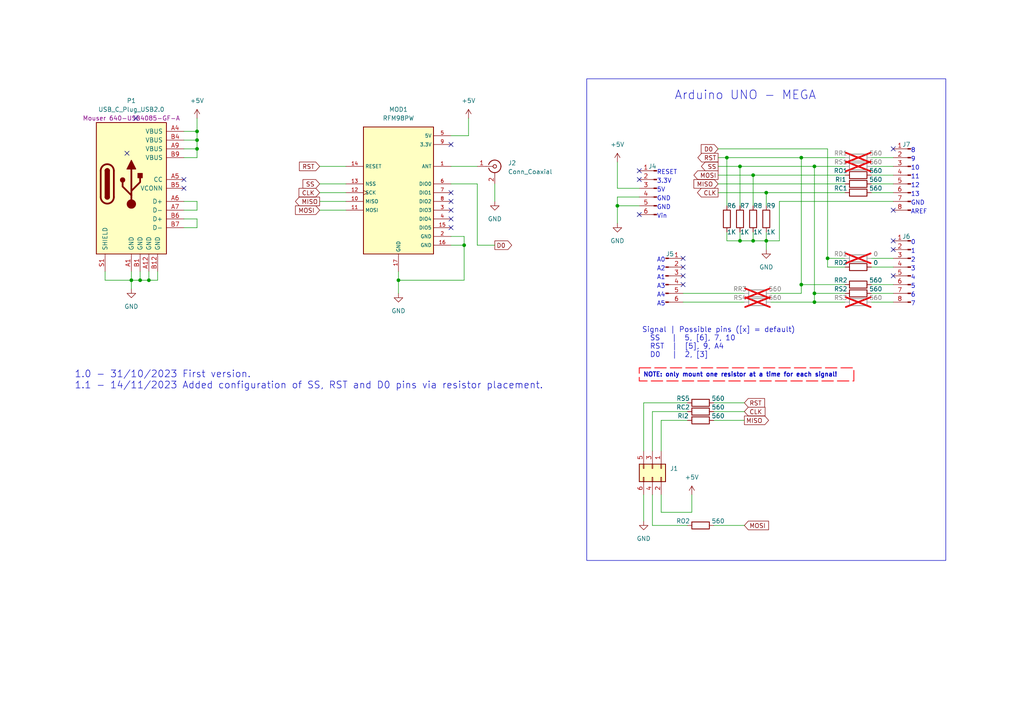
<source format=kicad_sch>
(kicad_sch (version 20231120) (generator "eeschema") (generator_version "8.0")
  (paper "A4")
  (title_block (title "Nodo Arduino") (date "2023-11-14") (rev "1.1") (company "Apogeo Space") (comment 1 "By GiMMan"))
  (lib_symbols
    (symbol "Connector:Conn_01x06_Pin" (pin_names (offset 1.016) hide)
      (property "Reference" "J" (at 0 7.62 0))
      (property "Value" "Conn_01x06_Pin" (at 0 -10.16 0))
      (symbol "Conn_01x06_Pin_1_1"
        (polyline (pts (xy 1.27 -7.62) (xy 0.8636 -7.62)) (stroke (width 0.1524)))
        (polyline (pts (xy 1.27 -5.08) (xy 0.8636 -5.08)) (stroke (width 0.1524)))
        (polyline (pts (xy 1.27 -2.54) (xy 0.8636 -2.54)) (stroke (width 0.1524)))
        (polyline (pts (xy 1.27 0) (xy 0.8636 0)) (stroke (width 0.1524)))
        (polyline (pts (xy 1.27 2.54) (xy 0.8636 2.54)) (stroke (width 0.1524)))
        (polyline (pts (xy 1.27 5.08) (xy 0.8636 5.08)) (stroke (width 0.1524)))
        (rectangle (start 0.8636 -7.493) (end 0 -7.747) (stroke (width 0.1524)) (fill (type outline)))
        (rectangle (start 0.8636 -4.953) (end 0 -5.207) (stroke (width 0.1524)) (fill (type outline)))
        (rectangle (start 0.8636 -2.413) (end 0 -2.667) (stroke (width 0.1524)) (fill (type outline)))
        (rectangle (start 0.8636 0.127) (end 0 -0.127) (stroke (width 0.1524)) (fill (type outline)))
        (rectangle (start 0.8636 2.667) (end 0 2.413) (stroke (width 0.1524)) (fill (type outline)))
        (rectangle (start 0.8636 5.207) (end 0 4.953) (stroke (width 0.1524)) (fill (type outline)))
        (pin passive line (at 5.08 5.08 180) (length 3.81) (name "Pin_1") (number "1"))
        (pin passive line (at 5.08 2.54 180) (length 3.81) (name "Pin_2") (number "2"))
        (pin passive line (at 5.08 0 180) (length 3.81) (name "Pin_3") (number "3"))
        (pin passive line (at 5.08 -2.54 180) (length 3.81) (name "Pin_4") (number "4"))
        (pin passive line (at 5.08 -5.08 180) (length 3.81) (name "Pin_5") (number "5"))
        (pin passive line (at 5.08 -7.62 180) (length 3.81) (name "Pin_6") (number "6"))
      )
    )
    (symbol "Connector:Conn_01x08_Pin" (pin_names (offset 1.016) hide)
      (property "Reference" "J" (at 0 10.16 0))
      (property "Value" "Conn_01x08_Pin" (at 0 -12.7 0))
      (symbol "Conn_01x08_Pin_1_1"
        (polyline (pts (xy 1.27 -10.16) (xy 0.8636 -10.16)) (stroke (width 0.1524)))
        (polyline (pts (xy 1.27 -7.62) (xy 0.8636 -7.62)) (stroke (width 0.1524)))
        (polyline (pts (xy 1.27 -5.08) (xy 0.8636 -5.08)) (stroke (width 0.1524)))
        (polyline (pts (xy 1.27 -2.54) (xy 0.8636 -2.54)) (stroke (width 0.1524)))
        (polyline (pts (xy 1.27 0) (xy 0.8636 0)) (stroke (width 0.1524)))
        (polyline (pts (xy 1.27 2.54) (xy 0.8636 2.54)) (stroke (width 0.1524)))
        (polyline (pts (xy 1.27 5.08) (xy 0.8636 5.08)) (stroke (width 0.1524)))
        (polyline (pts (xy 1.27 7.62) (xy 0.8636 7.62)) (stroke (width 0.1524)))
        (rectangle (start 0.8636 -10.033) (end 0 -10.287) (stroke (width 0.1524)) (fill (type outline)))
        (rectangle (start 0.8636 -7.493) (end 0 -7.747) (stroke (width 0.1524)) (fill (type outline)))
        (rectangle (start 0.8636 -4.953) (end 0 -5.207) (stroke (width 0.1524)) (fill (type outline)))
        (rectangle (start 0.8636 -2.413) (end 0 -2.667) (stroke (width 0.1524)) (fill (type outline)))
        (rectangle (start 0.8636 0.127) (end 0 -0.127) (stroke (width 0.1524)) (fill (type outline)))
        (rectangle (start 0.8636 2.667) (end 0 2.413) (stroke (width 0.1524)) (fill (type outline)))
        (rectangle (start 0.8636 5.207) (end 0 4.953) (stroke (width 0.1524)) (fill (type outline)))
        (rectangle (start 0.8636 7.747) (end 0 7.493) (stroke (width 0.1524)) (fill (type outline)))
        (pin passive line (at 5.08 7.62 180) (length 3.81) (name "Pin_1") (number "1"))
        (pin passive line (at 5.08 5.08 180) (length 3.81) (name "Pin_2") (number "2"))
        (pin passive line (at 5.08 2.54 180) (length 3.81) (name "Pin_3") (number "3"))
        (pin passive line (at 5.08 0 180) (length 3.81) (name "Pin_4") (number "4"))
        (pin passive line (at 5.08 -2.54 180) (length 3.81) (name "Pin_5") (number "5"))
        (pin passive line (at 5.08 -5.08 180) (length 3.81) (name "Pin_6") (number "6"))
        (pin passive line (at 5.08 -7.62 180) (length 3.81) (name "Pin_7") (number "7"))
        (pin passive line (at 5.08 -10.16 180) (length 3.81) (name "Pin_8") (number "8"))
      )
    )
    (symbol "Connector:Conn_Coaxial" (pin_names (offset 1.016) hide)
      (property "Reference" "J" (at 0.254 3.048 0))
      (property "Value" "Conn_Coaxial" (at 2.921 0 90))
      (symbol "Conn_Coaxial_0_1"
        (arc (start -1.778 -0.508) (mid 0.2311 -1.8066) (end 1.778 0) (stroke (width 0.254)))
        (polyline (pts (xy -2.54 0) (xy -0.508 0)))
        (polyline (pts (xy 0 -2.54) (xy 0 -1.778)))
        (circle (center 0 0) (radius 0.508) (stroke (width 0.2032)))
        (arc (start 1.778 0) (mid 0.2099 1.8101) (end -1.778 0.508) (stroke (width 0.254)))
      )
      (symbol "Conn_Coaxial_1_1"
        (pin passive line (at -5.08 0 0) (length 2.54) (name "In") (number "1"))
        (pin passive line (at 0 -5.08 90) (length 2.54) (name "Ext") (number "2"))
      )
    )
    (symbol "Connector_Generic:Conn_02x03_Odd_Even" (pin_names (offset 1.016) hide)
      (property "Reference" "J" (at 1.27 5.08 0))
      (property "Value" "Conn_02x03_Odd_Even" (at 1.27 -5.08 0))
      (symbol "Conn_02x03_Odd_Even_1_1"
        (rectangle (start -1.27 -2.413) (end 0 -2.667) (stroke (width 0.1524)))
        (rectangle (start -1.27 0.127) (end 0 -0.127) (stroke (width 0.1524)))
        (rectangle (start -1.27 2.667) (end 0 2.413) (stroke (width 0.1524)))
        (rectangle (start -1.27 3.81) (end 3.81 -3.81) (stroke (width 0.254)) (fill (type background)))
        (rectangle (start 3.81 -2.413) (end 2.54 -2.667) (stroke (width 0.1524)))
        (rectangle (start 3.81 0.127) (end 2.54 -0.127) (stroke (width 0.1524)))
        (rectangle (start 3.81 2.667) (end 2.54 2.413) (stroke (width 0.1524)))
        (pin passive line (at -5.08 2.54 0) (length 3.81) (name "Pin_1") (number "1"))
        (pin passive line (at 7.62 2.54 180) (length 3.81) (name "Pin_2") (number "2"))
        (pin passive line (at -5.08 0 0) (length 3.81) (name "Pin_3") (number "3"))
        (pin passive line (at 7.62 0 180) (length 3.81) (name "Pin_4") (number "4"))
        (pin passive line (at -5.08 -2.54 0) (length 3.81) (name "Pin_5") (number "5"))
        (pin passive line (at 7.62 -2.54 180) (length 3.81) (name "Pin_6") (number "6"))
      )
    )
    (symbol "Device:R" (pin_numbers hide) (pin_names (offset 0))
      (property "Reference" "R" (at 2.032 0 90))
      (property "Value" "R" (at 0 0 90))
      (symbol "R_0_1"
        (rectangle (start -1.016 -2.54) (end 1.016 2.54) (stroke (width 0.254)))
      )
      (symbol "R_1_1"
        (pin passive line (at 0 3.81 270) (length 1.27) (name "~") (number "1"))
        (pin passive line (at 0 -3.81 90) (length 1.27) (name "~") (number "2"))
      )
    )
    (symbol "power:+5V" (power) (pin_names (offset 0))
      (property "Value" "+5V" (at 0 3.556 0))
      (symbol "+5V_0_1"
        (polyline (pts (xy -0.762 1.27) (xy 0 2.54)))
        (polyline (pts (xy 0 0) (xy 0 2.54)))
        (polyline (pts (xy 0 2.54) (xy 0.762 1.27)))
      )
      (symbol "+5V_1_1"
        (pin power_in line (at 0 0 90) (length 0) hide (name "+5V") (number "1"))
      )
    )
    (symbol "power:GND" (power) (pin_names (offset 0))
      (property "Value" "GND" (at 0 -3.81 0))
      (symbol "GND_0_1"
        (polyline (pts (xy 0 0) (xy 0 -1.27) (xy 1.27 -1.27) (xy 0 -2.54) (xy -1.27 -1.27) (xy 0 -1.27)))
      )
      (symbol "GND_1_1"
        (pin power_in line (at 0 0 270) (length 0) hide (name "GND") (number "1"))
      )
    )
    (symbol "rfm98pw:RFM98PW"
      (property "Reference" "MOD2" (at 10.16 38.1 0))
      (property "Value" "RFM98PW" (at 10.16 35.56 0))
      (symbol "RFM98PW_0_0"
        (rectangle (start 0 36.83) (end 20.32 0) (stroke (width 0.254)) (fill (type background)))
        (pin bidirectional line (at 25.4 25.4 180) (length 5.08) (name "ANT") (number "1"))
        (pin output line (at -5.08 15.24 0) (length 5.08) (name "MISO") (number "10"))
        (pin input line (at -5.08 12.7 0) (length 5.08) (name "MOSI") (number "11"))
        (pin input clock (at -5.08 17.78 0) (length 5.08) (name "SCK") (number "12"))
        (pin input line (at -5.08 20.32 0) (length 5.08) (name "NSS") (number "13"))
        (pin bidirectional line (at -5.08 25.4 0) (length 5.08) (name "RESET") (number "14"))
        (pin bidirectional line (at 25.4 7.62 180) (length 5.08) (name "DIO5") (number "15"))
        (pin power_in line (at 25.4 2.54 180) (length 5.08) (name "GND") (number "16"))
        (pin power_in line (at 10.16 -5.08 90) (length 5.08) (name "GND") (number "17"))
        (pin power_in line (at 25.4 5.08 180) (length 5.08) (name "GND") (number "2"))
        (pin bidirectional line (at 25.4 12.7 180) (length 5.08) (name "DIO3") (number "3"))
        (pin bidirectional line (at 25.4 10.16 180) (length 5.08) (name "DIO4") (number "4"))
        (pin power_in line (at 25.4 34.29 180) (length 5.08) (name "5V") (number "5"))
        (pin bidirectional line (at 25.4 20.32 180) (length 5.08) (name "DIO0") (number "6"))
        (pin bidirectional line (at 25.4 17.78 180) (length 5.08) (name "DIO1") (number "7"))
        (pin bidirectional line (at 25.4 15.24 180) (length 5.08) (name "DIO2") (number "8"))
        (pin power_out line (at 25.4 31.75 180) (length 5.08) (name "3.3V") (number "9"))
      )
    )
    (symbol "usb_c_plug_usb2.0:USB_C_Plug_USB2.0" (pin_names (offset 1.016))
      (property "Reference" "P" (at -10.16 19.05 0))
      (property "Value" "USB_C_Plug_USB2.0" (at 12.7 19.05 0))
      (symbol "USB_C_Plug_USB2.0_0_1"
        (rectangle (start -10.16 17.78) (end 10.16 -20.32) (stroke (width 0.254)) (fill (type background)))
        (arc (start -8.89 -3.81) (mid -6.985 -5.7067) (end -5.08 -3.81) (stroke (width 0.508)))
        (arc (start -7.62 -3.81) (mid -6.985 -4.4423) (end -6.35 -3.81) (stroke (width 0.254)))
        (arc (start -7.62 -3.81) (mid -6.985 -4.4423) (end -6.35 -3.81) (stroke (width 0.254)) (fill (type outline)))
        (rectangle (start -7.62 -3.81) (end -6.35 3.81) (stroke (width 0.254)) (fill (type outline)))
        (arc (start -6.35 3.81) (mid -6.985 4.4423) (end -7.62 3.81) (stroke (width 0.254)))
        (arc (start -6.35 3.81) (mid -6.985 4.4423) (end -7.62 3.81) (stroke (width 0.254)) (fill (type outline)))
        (arc (start -5.08 3.81) (mid -6.985 5.7067) (end -8.89 3.81) (stroke (width 0.508)))
        (circle (center -2.54 1.143) (radius 0.635) (stroke (width 0.254)) (fill (type outline)))
        (circle (center 0 -5.842) (radius 1.27) (fill (type outline)))
        (polyline (pts (xy -8.89 -3.81) (xy -8.89 3.81)) (stroke (width 0.508)))
        (polyline (pts (xy -5.08 3.81) (xy -5.08 -3.81)) (stroke (width 0.508)))
        (polyline (pts (xy 0 -5.842) (xy 0 4.318)) (stroke (width 0.508)))
        (polyline (pts (xy 0 -3.302) (xy -2.54 -0.762) (xy -2.54 0.508)) (stroke (width 0.508)))
        (polyline (pts (xy 0 -2.032) (xy 2.54 0.508) (xy 2.54 1.778)) (stroke (width 0.508)))
        (polyline (pts (xy -1.27 4.318) (xy 0 6.858) (xy 1.27 4.318) (xy -1.27 4.318)) (stroke (width 0.254)) (fill (type outline)))
        (rectangle (start 1.905 1.778) (end 3.175 3.048) (stroke (width 0.254)) (fill (type outline)))
      )
      (symbol "USB_C_Plug_USB2.0_1_1"
        (pin passive line (at 0 -25.4 90) (length 5.08) (name "GND") (number "A1"))
        (pin passive line (at 5.08 -25.4 90) (length 5.08) (name "GND") (number "A12"))
        (pin passive line (at 15.24 15.24 180) (length 5.08) (name "VBUS") (number "A4"))
        (pin bidirectional line (at 15.24 1.27 180) (length 5.08) (name "CC") (number "A5"))
        (pin bidirectional line (at 15.24 -5.08 180) (length 5.08) (name "D+") (number "A6"))
        (pin bidirectional line (at 15.24 -7.62 180) (length 5.08) (name "D-") (number "A7"))
        (pin passive line (at 15.24 10.16 180) (length 5.08) (name "VBUS") (number "A9"))
        (pin passive line (at 2.54 -25.4 90) (length 5.08) (name "GND") (number "B1"))
        (pin passive line (at 7.62 -25.4 90) (length 5.08) (name "GND") (number "B12"))
        (pin passive line (at 15.24 12.7 180) (length 5.08) (name "VBUS") (number "B4"))
        (pin bidirectional line (at 15.24 -1.27 180) (length 5.08) (name "VCONN") (number "B5"))
        (pin bidirectional line (at 15.24 -10.16 180) (length 5.08) (name "D+") (number "B6"))
        (pin bidirectional line (at 15.24 -12.7 180) (length 5.08) (name "D-") (number "B7"))
        (pin passive line (at 15.24 7.62 180) (length 5.08) (name "VBUS") (number "B9"))
        (pin passive line (at -7.62 -25.4 90) (length 5.08) (name "SHIELD") (number "S1"))
      )
    )
  )
  (junction (at 214.63 69.85))
  (junction (at 232.41 45.72))
  (junction (at 232.41 82.55))
  (junction (at 236.22 85.09))
  (junction (at 38.1 81.28))
  (junction (at 236.22 87.63))
  (junction (at 222.25 55.88))
  (junction (at 40.64 81.28))
  (junction (at 210.82 45.72))
  (junction (at 218.44 50.8))
  (junction (at 240.03 74.93))
  (junction (at 214.63 48.26))
  (junction (at 115.57 81.28))
  (junction (at 134.62 71.12))
  (junction (at 57.15 38.1))
  (junction (at 222.25 69.85))
  (junction (at 57.15 43.18))
  (junction (at 57.15 40.64))
  (junction (at 179.07 59.69))
  (junction (at 43.18 81.28))
  (junction (at 236.22 48.26))
  (junction (at 218.44 69.85))
  (no_connect (at 130.81 60.96))
  (no_connect (at 39.37 34.29))
  (no_connect (at 198.12 82.55))
  (no_connect (at 130.81 63.5))
  (no_connect (at 36.83 44.45))
  (no_connect (at 259.08 43.18))
  (no_connect (at 259.08 72.39))
  (no_connect (at 259.08 60.96))
  (no_connect (at 130.81 55.88))
  (no_connect (at 198.12 80.01))
  (no_connect (at 185.42 49.53))
  (no_connect (at 259.08 80.01))
  (no_connect (at 130.81 58.42))
  (no_connect (at 130.81 41.91))
  (no_connect (at 185.42 52.07))
  (no_connect (at 198.12 74.93))
  (no_connect (at 130.81 66.04))
  (no_connect (at 259.08 69.85))
  (no_connect (at 53.34 52.07))
  (no_connect (at 185.42 62.23))
  (no_connect (at 198.12 77.47))
  (no_connect (at 53.34 54.61))
  (wire (pts (xy 57.15 63.5) (xy 57.15 66.04)))
  (wire (pts (xy 92.71 60.96) (xy 100.33 60.96)))
  (wire (pts (xy 210.82 69.85) (xy 210.82 67.31)))
  (wire (pts (xy 92.71 48.26) (xy 100.33 48.26)))
  (wire (pts (xy 218.44 50.8) (xy 245.11 50.8)))
  (wire (pts (xy 134.62 81.28) (xy 134.62 71.12)))
  (wire (pts (xy 186.69 116.84) (xy 186.69 130.81)))
  (wire (pts (xy 232.41 45.72) (xy 232.41 82.55)))
  (wire (pts (xy 207.01 152.4) (xy 215.9 152.4)))
  (wire (pts (xy 223.52 85.09) (xy 232.41 85.09)))
  (wire (pts (xy 252.73 87.63) (xy 259.08 87.63)))
  (wire (pts (xy 57.15 60.96) (xy 53.34 60.96)))
  (wire (pts (xy 191.77 143.51) (xy 191.77 148.59)))
  (wire (pts (xy 232.41 82.55) (xy 232.41 85.09)))
  (wire (pts (xy 53.34 43.18) (xy 57.15 43.18)))
  (wire (pts (xy 53.34 58.42) (xy 57.15 58.42)))
  (wire (pts (xy 38.1 81.28) (xy 38.1 83.82)))
  (wire (pts (xy 53.34 38.1) (xy 57.15 38.1)))
  (wire (pts (xy 218.44 67.31) (xy 218.44 69.85)))
  (wire (pts (xy 207.01 121.92) (xy 215.9 121.92)))
  (wire (pts (xy 189.23 119.38) (xy 189.23 130.81)))
  (wire (pts (xy 226.06 69.85) (xy 222.25 69.85)))
  (wire (pts (xy 252.73 53.34) (xy 259.08 53.34)))
  (wire (pts (xy 214.63 67.31) (xy 214.63 69.85)))
  (wire (pts (xy 179.07 59.69) (xy 179.07 64.77)))
  (wire (pts (xy 208.28 53.34) (xy 245.11 53.34)))
  (wire (pts (xy 179.07 59.69) (xy 185.42 59.69)))
  (wire (pts (xy 210.82 45.72) (xy 210.82 59.69)))
  (wire (pts (xy 43.18 81.28) (xy 45.72 81.28)))
  (wire (pts (xy 38.1 78.74) (xy 38.1 81.28)))
  (wire (pts (xy 53.34 45.72) (xy 57.15 45.72)))
  (wire (pts (xy 252.73 74.93) (xy 259.08 74.93)))
  (wire (pts (xy 207.01 116.84) (xy 215.9 116.84)))
  (wire (pts (xy 53.34 63.5) (xy 57.15 63.5)))
  (wire (pts (xy 40.64 81.28) (xy 40.64 78.74)))
  (wire (pts (xy 115.57 81.28) (xy 115.57 85.09)))
  (wire (pts (xy 240.03 74.93) (xy 240.03 77.47)))
  (wire (pts (xy 40.64 81.28) (xy 43.18 81.28)))
  (wire (pts (xy 115.57 78.74) (xy 115.57 81.28)))
  (wire (pts (xy 214.63 48.26) (xy 214.63 59.69)))
  (wire (pts (xy 115.57 81.28) (xy 134.62 81.28)))
  (wire (pts (xy 57.15 43.18) (xy 57.15 40.64)))
  (wire (pts (xy 130.81 53.34) (xy 138.43 53.34)))
  (wire (pts (xy 57.15 38.1) (xy 57.15 34.29)))
  (wire (pts (xy 236.22 85.09) (xy 245.11 85.09)))
  (wire (pts (xy 222.25 69.85) (xy 222.25 72.39)))
  (wire (pts (xy 191.77 148.59) (xy 200.66 148.59)))
  (wire (pts (xy 236.22 87.63) (xy 245.11 87.63)))
  (wire (pts (xy 252.73 45.72) (xy 259.08 45.72)))
  (wire (pts (xy 210.82 45.72) (xy 232.41 45.72)))
  (wire (pts (xy 236.22 85.09) (xy 236.22 87.63)))
  (wire (pts (xy 38.1 81.28) (xy 40.64 81.28)))
  (wire (pts (xy 232.41 45.72) (xy 245.11 45.72)))
  (wire (pts (xy 57.15 40.64) (xy 57.15 38.1)))
  (wire (pts (xy 135.89 39.37) (xy 130.81 39.37)))
  (wire (pts (xy 191.77 130.81) (xy 191.77 121.92)))
  (wire (pts (xy 185.42 54.61) (xy 179.07 54.61)))
  (wire (pts (xy 57.15 66.04) (xy 53.34 66.04)))
  (wire (pts (xy 130.81 48.26) (xy 138.43 48.26)))
  (wire (pts (xy 186.69 143.51) (xy 186.69 151.13)))
  (wire (pts (xy 240.03 74.93) (xy 245.11 74.93)))
  (wire (pts (xy 199.39 116.84) (xy 186.69 116.84)))
  (wire (pts (xy 240.03 43.18) (xy 240.03 74.93)))
  (wire (pts (xy 179.07 57.15) (xy 179.07 59.69)))
  (wire (pts (xy 199.39 119.38) (xy 189.23 119.38)))
  (wire (pts (xy 208.28 48.26) (xy 214.63 48.26)))
  (wire (pts (xy 207.01 119.38) (xy 215.9 119.38)))
  (wire (pts (xy 53.34 40.64) (xy 57.15 40.64)))
  (wire (pts (xy 43.18 81.28) (xy 43.18 78.74)))
  (wire (pts (xy 45.72 81.28) (xy 45.72 78.74)))
  (wire (pts (xy 200.66 148.59) (xy 200.66 143.51)))
  (wire (pts (xy 252.73 82.55) (xy 259.08 82.55)))
  (wire (pts (xy 252.73 77.47) (xy 259.08 77.47)))
  (wire (pts (xy 236.22 48.26) (xy 236.22 85.09)))
  (wire (pts (xy 252.73 85.09) (xy 259.08 85.09)))
  (wire (pts (xy 57.15 45.72) (xy 57.15 43.18)))
  (wire (pts (xy 252.73 50.8) (xy 259.08 50.8)))
  (wire (pts (xy 38.1 81.28) (xy 30.48 81.28)))
  (wire (pts (xy 198.12 87.63) (xy 215.9 87.63)))
  (wire (pts (xy 208.28 43.18) (xy 240.03 43.18)))
  (wire (pts (xy 189.23 152.4) (xy 199.39 152.4)))
  (wire (pts (xy 236.22 48.26) (xy 245.11 48.26)))
  (wire (pts (xy 222.25 69.85) (xy 218.44 69.85)))
  (wire (pts (xy 92.71 55.88) (xy 100.33 55.88)))
  (wire (pts (xy 222.25 55.88) (xy 222.25 59.69)))
  (wire (pts (xy 214.63 69.85) (xy 218.44 69.85)))
  (wire (pts (xy 57.15 58.42) (xy 57.15 60.96)))
  (wire (pts (xy 138.43 53.34) (xy 138.43 71.12)))
  (wire (pts (xy 226.06 58.42) (xy 226.06 69.85)))
  (wire (pts (xy 143.51 53.34) (xy 143.51 58.42)))
  (wire (pts (xy 179.07 54.61) (xy 179.07 46.99)))
  (wire (pts (xy 191.77 121.92) (xy 199.39 121.92)))
  (wire (pts (xy 214.63 48.26) (xy 236.22 48.26)))
  (wire (pts (xy 134.62 68.58) (xy 134.62 71.12)))
  (wire (pts (xy 135.89 34.29) (xy 135.89 39.37)))
  (wire (pts (xy 245.11 77.47) (xy 240.03 77.47)))
  (wire (pts (xy 223.52 87.63) (xy 236.22 87.63)))
  (wire (pts (xy 252.73 55.88) (xy 259.08 55.88)))
  (wire (pts (xy 208.28 50.8) (xy 218.44 50.8)))
  (wire (pts (xy 210.82 69.85) (xy 214.63 69.85)))
  (wire (pts (xy 189.23 143.51) (xy 189.23 152.4)))
  (wire (pts (xy 92.71 58.42) (xy 100.33 58.42)))
  (wire (pts (xy 232.41 82.55) (xy 245.11 82.55)))
  (wire (pts (xy 92.71 53.34) (xy 100.33 53.34)))
  (wire (pts (xy 208.28 55.88) (xy 222.25 55.88)))
  (wire (pts (xy 226.06 58.42) (xy 259.08 58.42)))
  (wire (pts (xy 218.44 50.8) (xy 218.44 59.69)))
  (wire (pts (xy 185.42 57.15) (xy 179.07 57.15)))
  (wire (pts (xy 222.25 67.31) (xy 222.25 69.85)))
  (wire (pts (xy 130.81 68.58) (xy 134.62 68.58)))
  (wire (pts (xy 208.28 45.72) (xy 210.82 45.72)))
  (wire (pts (xy 198.12 85.09) (xy 215.9 85.09)))
  (wire (pts (xy 134.62 71.12) (xy 130.81 71.12)))
  (wire (pts (xy 138.43 71.12) (xy 143.51 71.12)))
  (wire (pts (xy 30.48 81.28) (xy 30.48 78.74)))
  (wire (pts (xy 252.73 48.26) (xy 259.08 48.26)))
  (wire (pts (xy 222.25 55.88) (xy 245.11 55.88)))
  (rectangle (start 170.18 22.86) (end 274.32 162.56))
  (text_box "NOTE: only mount one resistor at a time for each signal!" (at 185.42 106.68 0) (size 62.23 3.81) (stroke (width 0.3) (type dash) (color 255 44 53 1)) (effects (font (size 1.27 1.27) (thickness 0.254) (bold yes)) (justify left top)))
  (text "5V" (at 190.5 55.88 0) (effects (font (size 1.27 1.27)) (justify left bottom)))
  (text "A5" (at 190.5 88.9 0) (effects (font (size 1.27 1.27)) (justify left bottom)))
  (text "0" (at 264.16 71.12 0) (effects (font (size 1.27 1.27)) (justify left bottom)))
  (text "Vin" (at 190.5 63.5 0) (effects (font (size 1.27 1.27)) (justify left bottom)))
  (text "13" (at 264.16 57.15 0) (effects (font (size 1.27 1.27)) (justify left bottom)))
  (text "1" (at 264.16 73.66 0) (effects (font (size 1.27 1.27)) (justify left bottom)))
  (text "3.3V" (at 190.5 53.34 0) (effects (font (size 1.27 1.27)) (justify left bottom)))
  (text "A1" (at 190.5 81.28 0) (effects (font (size 1.27 1.27)) (justify left bottom)))
  (text "Arduino UNO - MEGA" (at 195.58 29.21 0) (effects (font (size 2.54 2.54)) (justify left bottom)))
  (text "A3" (at 190.5 83.82 0) (effects (font (size 1.27 1.27)) (justify left bottom)))
  (text "7" (at 264.16 88.9 0) (effects (font (size 1.27 1.27)) (justify left bottom)))
  (text "5" (at 264.16 83.82 0) (effects (font (size 1.27 1.27)) (justify left bottom)))
  (text "GND" (at 190.5 58.42 0) (effects (font (size 1.27 1.27)) (justify left bottom)))
  (text "A4" (at 190.5 86.36 0) (effects (font (size 1.27 1.27)) (justify left bottom)))
  (text "Signal | Possible pins ([x] = default)\n  SS   |  5, [6], 7, 10\n  RST  |  [5], 9, A4\n  D0   |  2, [3]" (at 186.182 103.886 0) (effects (font (size 1.5 1.5)) (justify left bottom)))
  (text "RESET" (at 190.5 50.8 0) (effects (font (size 1.27 1.27)) (justify left bottom)))
  (text "8" (at 264.16 44.45 0) (effects (font (size 1.27 1.27)) (justify left bottom)))
  (text "A0" (at 190.5 76.2 0) (effects (font (size 1.27 1.27)) (justify left bottom)))
  (text "GND" (at 264.16 59.69 0) (effects (font (size 1.27 1.27)) (justify left bottom)))
  (text "12" (at 264.16 54.61 0) (effects (font (size 1.27 1.27)) (justify left bottom)))
  (text "3" (at 264.16 78.74 0) (effects (font (size 1.27 1.27)) (justify left bottom)))
  (text "2" (at 264.16 76.2 0) (effects (font (size 1.27 1.27)) (justify left bottom)))
  (text "11" (at 264.16 52.07 0) (effects (font (size 1.27 1.27)) (justify left bottom)))
  (text "9" (at 264.16 46.99 0) (effects (font (size 1.27 1.27)) (justify left bottom)))
  (text "4" (at 264.16 81.28 0) (effects (font (size 1.27 1.27)) (justify left bottom)))
  (text "10" (at 264.16 49.53 0) (effects (font (size 1.27 1.27)) (justify left bottom)))
  (text "A2" (at 190.5 78.74 0) (effects (font (size 1.27 1.27)) (justify left bottom)))
  (text "AREF\n" (at 264.16 62.23 0) (effects (font (size 1.27 1.27)) (justify left bottom)))
  (text "GND" (at 190.5 60.96 0) (effects (font (size 1.27 1.27)) (justify left bottom)))
  (text "1.0 - 31/10/2023 First version.\n1.1 - 14/11/2023 Added configuration of SS, RST and D0 pins via resistor placement.\n" (at 21.59 113.03 0) (effects (font (size 2 2)) (justify left bottom)))
  (text "6" (at 264.16 86.36 0) (effects (font (size 1.27 1.27)) (justify left bottom)))
  (global_label "RST" (shape output) (at 208.28 45.72 180) (property "Intersheetrefs" "${INTERSHEET_REFS}" (effects (hide yes))))
  (global_label "RST" (shape input) (at 92.71 48.26 180) (property "Intersheetrefs" "${INTERSHEET_REFS}" (effects (hide yes))))
  (global_label "MISO" (shape input) (at 208.28 53.34 180) (property "Intersheetrefs" "${INTERSHEET_REFS}" (effects (hide yes))))
  (global_label "CLK" (shape input) (at 215.9 119.38 0) (property "Intersheetrefs" "${INTERSHEET_REFS}" (effects (hide yes))))
  (global_label "RST" (shape input) (at 215.9 116.84 0) (property "Intersheetrefs" "${INTERSHEET_REFS}" (effects (hide yes))))
  (global_label "SS" (shape output) (at 208.28 48.26 180) (property "Intersheetrefs" "${INTERSHEET_REFS}" (effects (hide yes))))
  (global_label "CLK" (shape output) (at 208.28 55.88 180) (property "Intersheetrefs" "${INTERSHEET_REFS}" (effects (hide yes))))
  (global_label "CLK" (shape input) (at 92.71 55.88 180) (property "Intersheetrefs" "${INTERSHEET_REFS}" (effects (hide yes))))
  (global_label "MOSI" (shape input) (at 92.71 60.96 180) (property "Intersheetrefs" "${INTERSHEET_REFS}" (effects (hide yes))))
  (global_label "MOSI" (shape input) (at 215.9 152.4 0) (property "Intersheetrefs" "${INTERSHEET_REFS}" (effects (hide yes))))
  (global_label "D0" (shape output) (at 143.51 71.12 0) (property "Intersheetrefs" "${INTERSHEET_REFS}" (effects (hide yes))))
  (global_label "D0" (shape input) (at 208.28 43.18 180) (property "Intersheetrefs" "${INTERSHEET_REFS}" (effects (hide yes))))
  (global_label "MISO" (shape output) (at 92.71 58.42 180) (property "Intersheetrefs" "${INTERSHEET_REFS}" (effects (hide yes))))
  (global_label "MISO" (shape output) (at 215.9 121.92 0) (property "Intersheetrefs" "${INTERSHEET_REFS}" (effects (hide yes))))
  (global_label "SS" (shape input) (at 92.71 53.34 180) (property "Intersheetrefs" "${INTERSHEET_REFS}" (effects (hide yes))))
  (global_label "MOSI" (shape output) (at 208.28 50.8 180) (property "Intersheetrefs" "${INTERSHEET_REFS}" (effects (hide yes))))
  (symbol (lib_id "power:+5V") (at 200.66 143.51 0) (unit 1)
    (property "Reference" "#PWR03" (effects (hide yes)))
    (property "Value" "+5V" (at 200.66 138.43 0))
  )
  (symbol (lib_id "Device:R") (at 219.71 87.63 90) (unit 1) (in_bom no) (dnp yes)
    (property "Reference" "RS4" (at 214.63 86.36 90))
    (property "Value" "560" (at 224.79 86.36 90))
    (property "Footprint" "Resistor_SMD:R_1206_3216Metric_Pad1.30x1.75mm_HandSolder" (effects (hide yes)))
  )
  (symbol (lib_id "Device:R") (at 248.92 82.55 90) (unit 1)
    (property "Reference" "RR2" (at 243.84 81.28 90))
    (property "Value" "560" (at 254 81.28 90))
    (property "Footprint" "Resistor_SMD:R_1206_3216Metric_Pad1.30x1.75mm_HandSolder" (effects (hide yes)))
  )
  (symbol (lib_id "Device:R") (at 203.2 121.92 90) (unit 1)
    (property "Reference" "RI2" (at 198.12 120.65 90))
    (property "Value" "560" (at 208.28 120.65 90))
    (property "Footprint" "Resistor_SMD:R_1206_3216Metric_Pad1.30x1.75mm_HandSolder" (effects (hide yes)))
  )
  (symbol (lib_id "power:+5V") (at 135.89 34.29 0) (unit 1)
    (property "Reference" "#PWR06" (effects (hide yes)))
    (property "Value" "+5V" (at 135.89 29.21 0))
  )
  (symbol (lib_id "Device:R") (at 210.82 63.5 0) (unit 1)
    (property "Reference" "R6" (at 210.82 59.69 0) (effects (justify left)))
    (property "Value" "1K" (at 210.82 67.31 0) (effects (justify left)))
    (property "Footprint" "Resistor_SMD:R_1206_3216Metric_Pad1.30x1.75mm_HandSolder" (effects (hide yes)))
  )
  (symbol (lib_id "Device:R") (at 203.2 152.4 90) (unit 1)
    (property "Reference" "RO2" (at 198.12 151.13 90))
    (property "Value" "560" (at 208.28 151.13 90))
    (property "Footprint" "Resistor_SMD:R_1206_3216Metric_Pad1.30x1.75mm_HandSolder" (effects (hide yes)))
  )
  (symbol (lib_id "power:GND") (at 179.07 64.77 0) (unit 1)
    (property "Reference" "#PWR08" (effects (hide yes)))
    (property "Value" "GND" (at 179.07 69.85 0))
  )
  (symbol (lib_id "Connector:Conn_01x08_Pin") (at 264.16 50.8 0) (mirror y) (unit 1)
    (property "Reference" "J7" (at 262.89 41.91 0))
    (property "Value" "Conn_01x08_Pin" (effects (hide yes)))
    (property "Footprint" "Connector_PinHeader_2.54mm:PinHeader_1x08_P2.54mm_Vertical" (effects (hide yes)))
  )
  (symbol (lib_id "rfm98pw:RFM98PW") (at 105.41 73.66 0) (unit 1)
    (property "Reference" "MOD1" (at 115.57 31.75 0))
    (property "Value" "RFM98PW" (at 115.57 34.29 0))
    (property "Footprint" "Acies:XCVR_RFM98PW" (effects (hide yes)))
  )
  (symbol (lib_id "Device:R") (at 248.92 55.88 270) (unit 1)
    (property "Reference" "RC1" (at 243.84 54.61 90))
    (property "Value" "560" (at 254 54.61 90))
    (property "Footprint" "Resistor_SMD:R_1206_3216Metric_Pad1.30x1.75mm_HandSolder" (effects (hide yes)))
  )
  (symbol (lib_id "Device:R") (at 214.63 63.5 0) (unit 1)
    (property "Reference" "R7" (at 214.63 59.69 0) (effects (justify left)))
    (property "Value" "1K" (at 214.63 67.31 0) (effects (justify left)))
    (property "Footprint" "Resistor_SMD:R_1206_3216Metric_Pad1.30x1.75mm_HandSolder" (effects (hide yes)))
  )
  (symbol (lib_id "power:GND") (at 115.57 85.09 0) (unit 1)
    (property "Reference" "#PWR05" (effects (hide yes)))
    (property "Value" "GND" (at 115.57 90.17 0))
  )
  (symbol (lib_id "Device:R") (at 248.92 85.09 90) (unit 1)
    (property "Reference" "RS2" (at 243.84 83.82 90))
    (property "Value" "560" (at 254 83.82 90))
    (property "Footprint" "Resistor_SMD:R_1206_3216Metric_Pad1.30x1.75mm_HandSolder" (effects (hide yes)))
  )
  (symbol (lib_id "power:GND") (at 222.25 72.39 0) (unit 1)
    (property "Reference" "#PWR010" (effects (hide yes)))
    (property "Value" "GND" (at 222.25 77.47 0))
  )
  (symbol (lib_id "Device:R") (at 248.92 50.8 90) (unit 1)
    (property "Reference" "RO1" (at 243.84 49.53 90))
    (property "Value" "560" (at 254 49.53 90))
    (property "Footprint" "Resistor_SMD:R_1206_3216Metric_Pad1.30x1.75mm_HandSolder" (effects (hide yes)))
  )
  (symbol (lib_id "power:GND") (at 143.51 58.42 0) (unit 1)
    (property "Reference" "#PWR07" (effects (hide yes)))
    (property "Value" "GND" (at 143.51 63.5 0))
  )
  (symbol (lib_id "Device:R") (at 248.92 48.26 90) (unit 1) (in_bom no) (dnp yes)
    (property "Reference" "RS1" (at 243.84 46.99 90))
    (property "Value" "560" (at 254 46.99 90))
    (property "Footprint" "Resistor_SMD:R_1206_3216Metric_Pad1.30x1.75mm_HandSolder" (effects (hide yes)))
  )
  (symbol (lib_id "Device:R") (at 219.71 85.09 90) (unit 1) (in_bom no) (dnp yes)
    (property "Reference" "RR3" (at 214.63 83.82 90))
    (property "Value" "560" (at 224.79 83.82 90))
    (property "Footprint" "Resistor_SMD:R_1206_3216Metric_Pad1.30x1.75mm_HandSolder" (effects (hide yes)))
  )
  (symbol (lib_id "power:+5V") (at 57.15 34.29 0) (unit 1)
    (property "Reference" "#PWR01" (effects (hide yes)))
    (property "Value" "+5V" (at 57.15 29.21 0))
  )
  (symbol (lib_id "Device:R") (at 203.2 116.84 90) (unit 1)
    (property "Reference" "RS5" (at 198.12 115.57 90))
    (property "Value" "560" (at 208.28 115.57 90))
    (property "Footprint" "Resistor_SMD:R_1206_3216Metric_Pad1.30x1.75mm_HandSolder" (effects (hide yes)))
  )
  (symbol (lib_id "Device:R") (at 203.2 119.38 270) (unit 1)
    (property "Reference" "RC2" (at 198.12 118.11 90))
    (property "Value" "560" (at 208.28 118.11 90))
    (property "Footprint" "Resistor_SMD:R_1206_3216Metric_Pad1.30x1.75mm_HandSolder" (effects (hide yes)))
  )
  (symbol (lib_id "Device:R") (at 248.92 53.34 90) (unit 1)
    (property "Reference" "RI1" (at 243.84 52.07 90))
    (property "Value" "560" (at 254 52.07 90))
    (property "Footprint" "Resistor_SMD:R_1206_3216Metric_Pad1.30x1.75mm_HandSolder" (effects (hide yes)))
  )
  (symbol (lib_id "Connector_Generic:Conn_02x03_Odd_Even") (at 189.23 135.89 270) (unit 1)
    (property "Reference" "J1" (at 194.31 135.89 90) (effects (justify left)))
    (property "Value" "Conn_02x03_Odd_Even" (effects (hide yes)))
    (property "Footprint" "Connector_PinHeader_2.54mm:PinHeader_2x03_P2.54mm_Vertical" (effects (hide yes)))
  )
  (symbol (lib_id "Device:R") (at 222.25 63.5 0) (unit 1)
    (property "Reference" "R9" (at 222.25 59.69 0) (effects (justify left)))
    (property "Value" "1K" (at 222.25 67.31 0) (effects (justify left)))
    (property "Footprint" "Resistor_SMD:R_1206_3216Metric_Pad1.30x1.75mm_HandSolder" (effects (hide yes)))
  )
  (symbol (lib_id "Connector:Conn_01x06_Pin") (at 193.04 80.01 0) (unit 1)
    (property "Reference" "J5" (at 194.31 73.66 0))
    (property "Value" "Conn_01x06_Pin" (effects (hide yes)))
    (property "Footprint" "Connector_PinHeader_2.54mm:PinHeader_1x06_P2.54mm_Vertical" (effects (hide yes)))
  )
  (symbol (lib_id "Connector:Conn_Coaxial") (at 143.51 48.26 0) (unit 1)
    (property "Reference" "J2" (at 147.32 47.2832 0) (effects (justify left)))
    (property "Value" "Conn_Coaxial" (at 147.32 49.8232 0) (effects (justify left)))
    (property "Footprint" "Amphenol:SMA_Amphenol_901-143_Horizontal" (effects (hide yes)))
    (property "Datasheet" " ~" (effects (hide yes)))
  )
  (symbol (lib_id "usb_c_plug_usb2.0:USB_C_Plug_USB2.0") (at 38.1 53.34 0) (unit 1)
    (property "Reference" "P1" (at 38.1 29.21 0))
    (property "Value" "USB_C_Plug_USB2.0" (at 38.1 31.75 0))
    (property "Footprint" "Connettori_P:USB_C_Receptacle_GCT_USB4085" (effects (hide yes)))
    (property "Datasheet" "https://www.usb.org/sites/default/files/documents/usb_type-c.zip" (effects (hide yes)))
    (property "Description" "Mouser 640-USB4085-GF-A" (at 38.1 34.29 0))
  )
  (symbol (lib_id "Device:R") (at 248.92 45.72 90) (unit 1) (in_bom no) (dnp yes)
    (property "Reference" "RR1" (at 243.84 44.45 90))
    (property "Value" "560" (at 254 44.45 90))
    (property "Footprint" "Resistor_SMD:R_1206_3216Metric_Pad1.30x1.75mm_HandSolder" (effects (hide yes)))
  )
  (symbol (lib_id "power:GND") (at 186.69 151.13 0) (unit 1)
    (property "Reference" "#PWR04" (effects (hide yes)))
    (property "Value" "GND" (at 186.69 156.21 0))
  )
  (symbol (lib_id "power:GND") (at 38.1 83.82 0) (unit 1)
    (property "Reference" "#PWR02" (effects (hide yes)))
    (property "Value" "GND" (at 38.1 88.9 0))
  )
  (symbol (lib_id "Device:R") (at 248.92 74.93 90) (unit 1) (in_bom no) (dnp yes)
    (property "Reference" "RD1" (at 243.84 73.66 90))
    (property "Value" "0" (at 254 73.66 90))
    (property "Footprint" "Resistor_SMD:R_1206_3216Metric_Pad1.30x1.75mm_HandSolder" (effects (hide yes)))
  )
  (symbol (lib_id "Device:R") (at 248.92 87.63 90) (unit 1) (in_bom no) (dnp yes)
    (property "Reference" "RS3" (at 243.84 86.36 90))
    (property "Value" "560" (at 254 86.36 90))
    (property "Footprint" "Resistor_SMD:R_1206_3216Metric_Pad1.30x1.75mm_HandSolder" (effects (hide yes)))
  )
  (symbol (lib_id "power:+5V") (at 179.07 46.99 0) (unit 1)
    (property "Reference" "#PWR09" (effects (hide yes)))
    (property "Value" "+5V" (at 179.07 41.91 0))
  )
  (symbol (lib_id "Connector:Conn_01x06_Pin") (at 190.5 54.61 0) (mirror y) (unit 1)
    (property "Reference" "J4" (at 189.23 48.26 0))
    (property "Value" "Conn_01x06_Pin" (effects (hide yes)))
    (property "Footprint" "Connector_PinHeader_2.54mm:PinHeader_1x06_P2.54mm_Vertical" (effects (hide yes)))
  )
  (symbol (lib_id "Device:R") (at 218.44 63.5 0) (unit 1)
    (property "Reference" "R8" (at 218.44 59.69 0) (effects (justify left)))
    (property "Value" "1K" (at 218.44 67.31 0) (effects (justify left)))
    (property "Footprint" "Resistor_SMD:R_1206_3216Metric_Pad1.30x1.75mm_HandSolder" (effects (hide yes)))
  )
  (symbol (lib_id "Device:R") (at 248.92 77.47 90) (unit 1)
    (property "Reference" "RD2" (at 243.84 76.2 90))
    (property "Value" "0" (at 254 76.2 90))
    (property "Footprint" "Resistor_SMD:R_1206_3216Metric_Pad1.30x1.75mm_HandSolder" (effects (hide yes)))
  )
  (symbol (lib_id "Connector:Conn_01x08_Pin") (at 264.16 77.47 0) (mirror y) (unit 1)
    (property "Reference" "J6" (at 262.89 68.58 0))
    (property "Value" "Conn_01x08_Pin" (effects (hide yes)))
    (property "Footprint" "Connector_PinHeader_2.54mm:PinHeader_1x08_P2.54mm_Vertical" (effects (hide yes)))
  )
)
</source>
